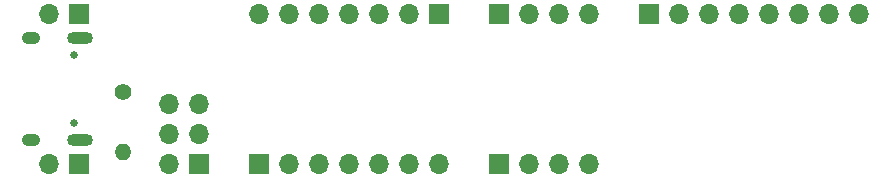
<source format=gbr>
%TF.GenerationSoftware,KiCad,Pcbnew,8.0.6*%
%TF.CreationDate,2024-11-04T18:07:15+01:00*%
%TF.ProjectId,ATtiny3,41547469-6e79-4332-9e6b-696361645f70,rev?*%
%TF.SameCoordinates,Original*%
%TF.FileFunction,Soldermask,Bot*%
%TF.FilePolarity,Negative*%
%FSLAX46Y46*%
G04 Gerber Fmt 4.6, Leading zero omitted, Abs format (unit mm)*
G04 Created by KiCad (PCBNEW 8.0.6) date 2024-11-04 18:07:15*
%MOMM*%
%LPD*%
G01*
G04 APERTURE LIST*
G04 Aperture macros list*
%AMRoundRect*
0 Rectangle with rounded corners*
0 $1 Rounding radius*
0 $2 $3 $4 $5 $6 $7 $8 $9 X,Y pos of 4 corners*
0 Add a 4 corners polygon primitive as box body*
4,1,4,$2,$3,$4,$5,$6,$7,$8,$9,$2,$3,0*
0 Add four circle primitives for the rounded corners*
1,1,$1+$1,$2,$3*
1,1,$1+$1,$4,$5*
1,1,$1+$1,$6,$7*
1,1,$1+$1,$8,$9*
0 Add four rect primitives between the rounded corners*
20,1,$1+$1,$2,$3,$4,$5,0*
20,1,$1+$1,$4,$5,$6,$7,0*
20,1,$1+$1,$6,$7,$8,$9,0*
20,1,$1+$1,$8,$9,$2,$3,0*%
G04 Aperture macros list end*
%ADD10R,1.700000X1.700000*%
%ADD11O,1.700000X1.700000*%
%ADD12C,0.670000*%
%ADD13RoundRect,0.500000X-0.600000X0.000010X-0.600000X-0.000010X0.600000X-0.000010X0.600000X0.000010X0*%
%ADD14RoundRect,0.500000X-0.300000X0.000010X-0.300000X-0.000010X0.300000X-0.000010X0.300000X0.000010X0*%
%ADD15C,1.400000*%
%ADD16O,1.400000X1.400000*%
G04 APERTURE END LIST*
D10*
%TO.C,J7*%
X40640000Y-35560000D03*
D11*
X43180000Y-35560000D03*
X45720000Y-35560000D03*
X48260000Y-35560000D03*
X50800000Y-35560000D03*
X53340000Y-35560000D03*
X55880000Y-35560000D03*
%TD*%
D12*
%TO.C,J4*%
X24922500Y-26330000D03*
X24922500Y-32130000D03*
D13*
X25452500Y-24910000D03*
D14*
X21272500Y-24910000D03*
D13*
X25452500Y-33550000D03*
D14*
X21272500Y-33550000D03*
%TD*%
D10*
%TO.C,J9*%
X73660000Y-22860000D03*
D11*
X76200000Y-22860000D03*
X78740000Y-22860000D03*
X81280000Y-22860000D03*
X83820000Y-22860000D03*
X86360000Y-22860000D03*
X88900000Y-22860000D03*
X91440000Y-22860000D03*
%TD*%
D10*
%TO.C,J8*%
X55880000Y-22860000D03*
D11*
X53340000Y-22860000D03*
X50800000Y-22860000D03*
X48260000Y-22860000D03*
X45720000Y-22860000D03*
X43180000Y-22860000D03*
X40640000Y-22860000D03*
%TD*%
D10*
%TO.C,J6*%
X25400000Y-22860000D03*
D11*
X22860000Y-22860000D03*
%TD*%
D10*
%TO.C,J1*%
X35560000Y-35560000D03*
D11*
X33020000Y-35560000D03*
X35560000Y-33020000D03*
X33020000Y-33020000D03*
X35560000Y-30480000D03*
X33020000Y-30480000D03*
%TD*%
D10*
%TO.C,J2*%
X60960000Y-22860000D03*
D11*
X63500000Y-22860000D03*
X66040000Y-22860000D03*
X68580000Y-22860000D03*
%TD*%
D10*
%TO.C,J5*%
X25400000Y-35560000D03*
D11*
X22860000Y-35560000D03*
%TD*%
D10*
%TO.C,J3*%
X60960000Y-35560000D03*
D11*
X63500000Y-35560000D03*
X66040000Y-35560000D03*
X68580000Y-35560000D03*
%TD*%
D15*
%TO.C,R1*%
X29083000Y-29464000D03*
D16*
X29083000Y-34544000D03*
%TD*%
M02*

</source>
